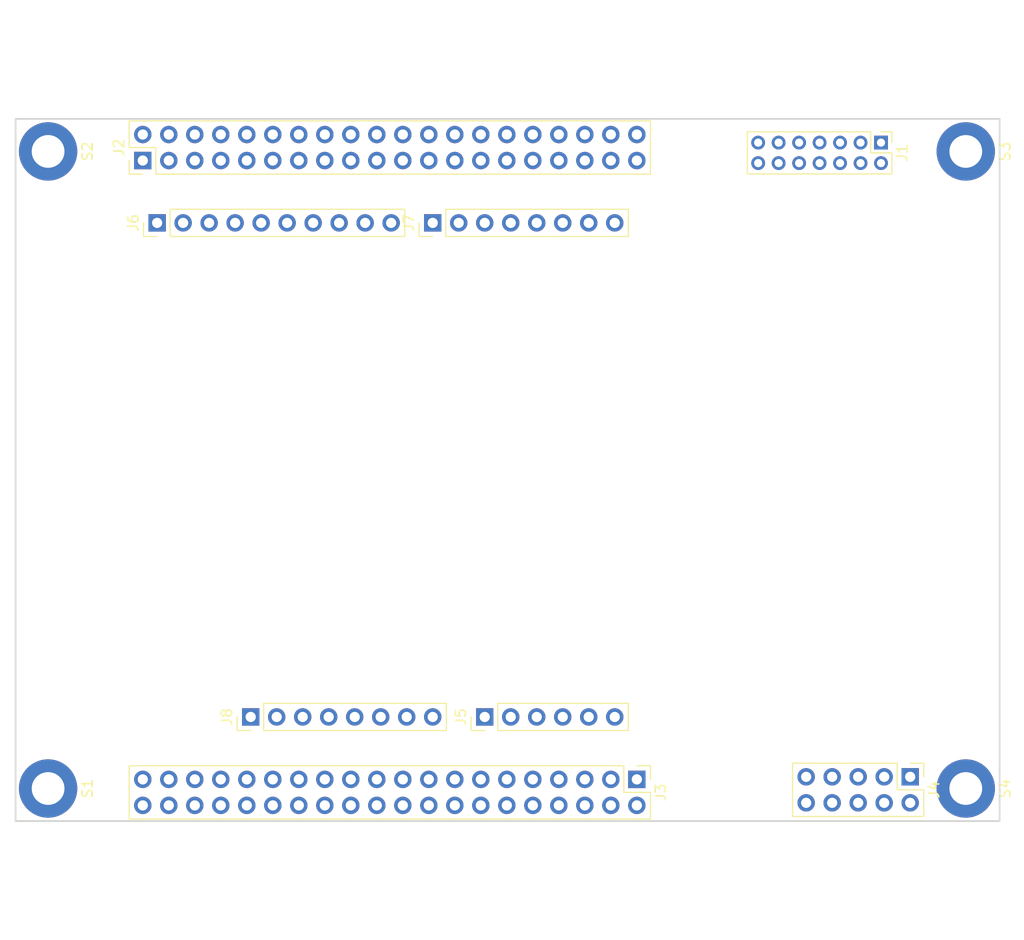
<source format=kicad_pcb>
(kicad_pcb (version 20171130) (host pcbnew 5.1.1-8be2ce7~80~ubuntu18.04.1)

  (general
    (thickness 1.6)
    (drawings 4)
    (tracks 0)
    (zones 0)
    (modules 12)
    (nets 137)
  )

  (page A4)
  (layers
    (0 F.Cu signal)
    (31 B.Cu signal)
    (32 B.Adhes user)
    (33 F.Adhes user)
    (34 B.Paste user)
    (35 F.Paste user)
    (36 B.SilkS user)
    (37 F.SilkS user)
    (38 B.Mask user)
    (39 F.Mask user)
    (40 Dwgs.User user)
    (41 Cmts.User user)
    (42 Eco1.User user)
    (43 Eco2.User user)
    (44 Edge.Cuts user)
    (45 Margin user)
    (46 B.CrtYd user)
    (47 F.CrtYd user)
    (48 B.Fab user)
    (49 F.Fab user)
  )

  (setup
    (last_trace_width 0.25)
    (trace_clearance 0.2)
    (zone_clearance 0.508)
    (zone_45_only no)
    (trace_min 0.2)
    (via_size 0.8)
    (via_drill 0.4)
    (via_min_size 0.4)
    (via_min_drill 0.3)
    (uvia_size 0.3)
    (uvia_drill 0.1)
    (uvias_allowed no)
    (uvia_min_size 0.2)
    (uvia_min_drill 0.1)
    (edge_width 0.15)
    (segment_width 0.2)
    (pcb_text_width 0.3)
    (pcb_text_size 1.5 1.5)
    (mod_edge_width 0.15)
    (mod_text_size 1 1)
    (mod_text_width 0.15)
    (pad_size 1.524 1.524)
    (pad_drill 0.762)
    (pad_to_mask_clearance 0.051)
    (solder_mask_min_width 0.25)
    (aux_axis_origin 71 153.89)
    (grid_origin 71 153.89)
    (visible_elements FFFFFF7F)
    (pcbplotparams
      (layerselection 0x010fc_ffffffff)
      (usegerberextensions false)
      (usegerberattributes false)
      (usegerberadvancedattributes false)
      (creategerberjobfile false)
      (excludeedgelayer true)
      (linewidth 0.150000)
      (plotframeref false)
      (viasonmask false)
      (mode 1)
      (useauxorigin false)
      (hpglpennumber 1)
      (hpglpenspeed 20)
      (hpglpendiameter 15.000000)
      (psnegative false)
      (psa4output false)
      (plotreference true)
      (plotvalue true)
      (plotinvisibletext false)
      (padsonsilk false)
      (subtractmaskfromsilk false)
      (outputformat 1)
      (mirror false)
      (drillshape 1)
      (scaleselection 1)
      (outputdirectory ""))
  )

  (net 0 "")
  (net 1 "Net-(J1-Pad14)")
  (net 2 "Net-(J1-Pad13)")
  (net 3 "Net-(J1-Pad12)")
  (net 4 "Net-(J1-Pad11)")
  (net 5 "Net-(J1-Pad10)")
  (net 6 "Net-(J1-Pad9)")
  (net 7 "Net-(J1-Pad8)")
  (net 8 "Net-(J1-Pad7)")
  (net 9 "Net-(J1-Pad6)")
  (net 10 "Net-(J1-Pad5)")
  (net 11 "Net-(J1-Pad4)")
  (net 12 "Net-(J1-Pad3)")
  (net 13 "Net-(J1-Pad2)")
  (net 14 "Net-(J1-Pad1)")
  (net 15 "Net-(J2-Pad40)")
  (net 16 "Net-(J2-Pad39)")
  (net 17 "Net-(J2-Pad38)")
  (net 18 "Net-(J2-Pad37)")
  (net 19 "Net-(J2-Pad36)")
  (net 20 "Net-(J2-Pad35)")
  (net 21 "Net-(J2-Pad34)")
  (net 22 "Net-(J2-Pad33)")
  (net 23 "Net-(J2-Pad32)")
  (net 24 "Net-(J2-Pad31)")
  (net 25 "Net-(J2-Pad30)")
  (net 26 "Net-(J2-Pad29)")
  (net 27 "Net-(J2-Pad28)")
  (net 28 "Net-(J2-Pad27)")
  (net 29 "Net-(J2-Pad26)")
  (net 30 "Net-(J2-Pad25)")
  (net 31 "Net-(J2-Pad24)")
  (net 32 "Net-(J2-Pad23)")
  (net 33 "Net-(J2-Pad22)")
  (net 34 "Net-(J2-Pad21)")
  (net 35 "Net-(J2-Pad20)")
  (net 36 "Net-(J2-Pad19)")
  (net 37 "Net-(J2-Pad18)")
  (net 38 "Net-(J2-Pad17)")
  (net 39 "Net-(J2-Pad16)")
  (net 40 "Net-(J2-Pad15)")
  (net 41 "Net-(J2-Pad14)")
  (net 42 "Net-(J2-Pad13)")
  (net 43 "Net-(J2-Pad12)")
  (net 44 "Net-(J2-Pad11)")
  (net 45 "Net-(J2-Pad10)")
  (net 46 "Net-(J2-Pad9)")
  (net 47 "Net-(J2-Pad8)")
  (net 48 "Net-(J2-Pad7)")
  (net 49 "Net-(J2-Pad6)")
  (net 50 "Net-(J2-Pad5)")
  (net 51 "Net-(J2-Pad4)")
  (net 52 "Net-(J2-Pad3)")
  (net 53 "Net-(J2-Pad2)")
  (net 54 "Net-(J2-Pad1)")
  (net 55 "Net-(J3-Pad40)")
  (net 56 "Net-(J3-Pad39)")
  (net 57 "Net-(J3-Pad38)")
  (net 58 "Net-(J3-Pad37)")
  (net 59 "Net-(J3-Pad36)")
  (net 60 "Net-(J3-Pad35)")
  (net 61 "Net-(J3-Pad34)")
  (net 62 "Net-(J3-Pad33)")
  (net 63 "Net-(J3-Pad32)")
  (net 64 "Net-(J3-Pad31)")
  (net 65 "Net-(J3-Pad30)")
  (net 66 "Net-(J3-Pad29)")
  (net 67 "Net-(J3-Pad28)")
  (net 68 "Net-(J3-Pad27)")
  (net 69 "Net-(J3-Pad26)")
  (net 70 "Net-(J3-Pad25)")
  (net 71 "Net-(J3-Pad24)")
  (net 72 "Net-(J3-Pad23)")
  (net 73 "Net-(J3-Pad22)")
  (net 74 "Net-(J3-Pad21)")
  (net 75 "Net-(J3-Pad20)")
  (net 76 "Net-(J3-Pad19)")
  (net 77 "Net-(J3-Pad18)")
  (net 78 "Net-(J3-Pad17)")
  (net 79 "Net-(J3-Pad16)")
  (net 80 "Net-(J3-Pad15)")
  (net 81 "Net-(J3-Pad14)")
  (net 82 "Net-(J3-Pad13)")
  (net 83 "Net-(J3-Pad12)")
  (net 84 "Net-(J3-Pad11)")
  (net 85 "Net-(J3-Pad10)")
  (net 86 "Net-(J3-Pad9)")
  (net 87 "Net-(J3-Pad8)")
  (net 88 "Net-(J3-Pad7)")
  (net 89 "Net-(J3-Pad6)")
  (net 90 "Net-(J3-Pad5)")
  (net 91 "Net-(J3-Pad4)")
  (net 92 "Net-(J3-Pad3)")
  (net 93 "Net-(J3-Pad2)")
  (net 94 "Net-(J3-Pad1)")
  (net 95 "Net-(J4-Pad1)")
  (net 96 "Net-(J4-Pad2)")
  (net 97 "Net-(J4-Pad3)")
  (net 98 "Net-(J4-Pad4)")
  (net 99 "Net-(J4-Pad5)")
  (net 100 "Net-(J4-Pad6)")
  (net 101 "Net-(J4-Pad7)")
  (net 102 "Net-(J4-Pad8)")
  (net 103 "Net-(J4-Pad9)")
  (net 104 "Net-(J4-Pad10)")
  (net 105 "Net-(J5-Pad6)")
  (net 106 "Net-(J5-Pad5)")
  (net 107 "Net-(J5-Pad4)")
  (net 108 "Net-(J5-Pad3)")
  (net 109 "Net-(J5-Pad2)")
  (net 110 "Net-(J5-Pad1)")
  (net 111 "Net-(J6-Pad10)")
  (net 112 "Net-(J6-Pad9)")
  (net 113 "Net-(J6-Pad8)")
  (net 114 "Net-(J6-Pad7)")
  (net 115 "Net-(J6-Pad6)")
  (net 116 "Net-(J6-Pad5)")
  (net 117 "Net-(J6-Pad4)")
  (net 118 "Net-(J6-Pad3)")
  (net 119 "Net-(J6-Pad2)")
  (net 120 "Net-(J6-Pad1)")
  (net 121 "Net-(J7-Pad8)")
  (net 122 "Net-(J7-Pad7)")
  (net 123 "Net-(J7-Pad6)")
  (net 124 "Net-(J7-Pad5)")
  (net 125 "Net-(J7-Pad4)")
  (net 126 "Net-(J7-Pad3)")
  (net 127 "Net-(J7-Pad2)")
  (net 128 "Net-(J7-Pad1)")
  (net 129 "Net-(J8-Pad8)")
  (net 130 "Net-(J8-Pad7)")
  (net 131 "Net-(J8-Pad6)")
  (net 132 "Net-(J8-Pad5)")
  (net 133 "Net-(J8-Pad4)")
  (net 134 "Net-(J8-Pad3)")
  (net 135 "Net-(J8-Pad2)")
  (net 136 "Net-(J8-Pad1)")

  (net_class Default "This is the default net class."
    (clearance 0.2)
    (trace_width 0.25)
    (via_dia 0.8)
    (via_drill 0.4)
    (uvia_dia 0.3)
    (uvia_drill 0.1)
    (add_net "Net-(J1-Pad1)")
    (add_net "Net-(J1-Pad10)")
    (add_net "Net-(J1-Pad11)")
    (add_net "Net-(J1-Pad12)")
    (add_net "Net-(J1-Pad13)")
    (add_net "Net-(J1-Pad14)")
    (add_net "Net-(J1-Pad2)")
    (add_net "Net-(J1-Pad3)")
    (add_net "Net-(J1-Pad4)")
    (add_net "Net-(J1-Pad5)")
    (add_net "Net-(J1-Pad6)")
    (add_net "Net-(J1-Pad7)")
    (add_net "Net-(J1-Pad8)")
    (add_net "Net-(J1-Pad9)")
    (add_net "Net-(J2-Pad1)")
    (add_net "Net-(J2-Pad10)")
    (add_net "Net-(J2-Pad11)")
    (add_net "Net-(J2-Pad12)")
    (add_net "Net-(J2-Pad13)")
    (add_net "Net-(J2-Pad14)")
    (add_net "Net-(J2-Pad15)")
    (add_net "Net-(J2-Pad16)")
    (add_net "Net-(J2-Pad17)")
    (add_net "Net-(J2-Pad18)")
    (add_net "Net-(J2-Pad19)")
    (add_net "Net-(J2-Pad2)")
    (add_net "Net-(J2-Pad20)")
    (add_net "Net-(J2-Pad21)")
    (add_net "Net-(J2-Pad22)")
    (add_net "Net-(J2-Pad23)")
    (add_net "Net-(J2-Pad24)")
    (add_net "Net-(J2-Pad25)")
    (add_net "Net-(J2-Pad26)")
    (add_net "Net-(J2-Pad27)")
    (add_net "Net-(J2-Pad28)")
    (add_net "Net-(J2-Pad29)")
    (add_net "Net-(J2-Pad3)")
    (add_net "Net-(J2-Pad30)")
    (add_net "Net-(J2-Pad31)")
    (add_net "Net-(J2-Pad32)")
    (add_net "Net-(J2-Pad33)")
    (add_net "Net-(J2-Pad34)")
    (add_net "Net-(J2-Pad35)")
    (add_net "Net-(J2-Pad36)")
    (add_net "Net-(J2-Pad37)")
    (add_net "Net-(J2-Pad38)")
    (add_net "Net-(J2-Pad39)")
    (add_net "Net-(J2-Pad4)")
    (add_net "Net-(J2-Pad40)")
    (add_net "Net-(J2-Pad5)")
    (add_net "Net-(J2-Pad6)")
    (add_net "Net-(J2-Pad7)")
    (add_net "Net-(J2-Pad8)")
    (add_net "Net-(J2-Pad9)")
    (add_net "Net-(J3-Pad1)")
    (add_net "Net-(J3-Pad10)")
    (add_net "Net-(J3-Pad11)")
    (add_net "Net-(J3-Pad12)")
    (add_net "Net-(J3-Pad13)")
    (add_net "Net-(J3-Pad14)")
    (add_net "Net-(J3-Pad15)")
    (add_net "Net-(J3-Pad16)")
    (add_net "Net-(J3-Pad17)")
    (add_net "Net-(J3-Pad18)")
    (add_net "Net-(J3-Pad19)")
    (add_net "Net-(J3-Pad2)")
    (add_net "Net-(J3-Pad20)")
    (add_net "Net-(J3-Pad21)")
    (add_net "Net-(J3-Pad22)")
    (add_net "Net-(J3-Pad23)")
    (add_net "Net-(J3-Pad24)")
    (add_net "Net-(J3-Pad25)")
    (add_net "Net-(J3-Pad26)")
    (add_net "Net-(J3-Pad27)")
    (add_net "Net-(J3-Pad28)")
    (add_net "Net-(J3-Pad29)")
    (add_net "Net-(J3-Pad3)")
    (add_net "Net-(J3-Pad30)")
    (add_net "Net-(J3-Pad31)")
    (add_net "Net-(J3-Pad32)")
    (add_net "Net-(J3-Pad33)")
    (add_net "Net-(J3-Pad34)")
    (add_net "Net-(J3-Pad35)")
    (add_net "Net-(J3-Pad36)")
    (add_net "Net-(J3-Pad37)")
    (add_net "Net-(J3-Pad38)")
    (add_net "Net-(J3-Pad39)")
    (add_net "Net-(J3-Pad4)")
    (add_net "Net-(J3-Pad40)")
    (add_net "Net-(J3-Pad5)")
    (add_net "Net-(J3-Pad6)")
    (add_net "Net-(J3-Pad7)")
    (add_net "Net-(J3-Pad8)")
    (add_net "Net-(J3-Pad9)")
    (add_net "Net-(J4-Pad1)")
    (add_net "Net-(J4-Pad10)")
    (add_net "Net-(J4-Pad2)")
    (add_net "Net-(J4-Pad3)")
    (add_net "Net-(J4-Pad4)")
    (add_net "Net-(J4-Pad5)")
    (add_net "Net-(J4-Pad6)")
    (add_net "Net-(J4-Pad7)")
    (add_net "Net-(J4-Pad8)")
    (add_net "Net-(J4-Pad9)")
    (add_net "Net-(J5-Pad1)")
    (add_net "Net-(J5-Pad2)")
    (add_net "Net-(J5-Pad3)")
    (add_net "Net-(J5-Pad4)")
    (add_net "Net-(J5-Pad5)")
    (add_net "Net-(J5-Pad6)")
    (add_net "Net-(J6-Pad1)")
    (add_net "Net-(J6-Pad10)")
    (add_net "Net-(J6-Pad2)")
    (add_net "Net-(J6-Pad3)")
    (add_net "Net-(J6-Pad4)")
    (add_net "Net-(J6-Pad5)")
    (add_net "Net-(J6-Pad6)")
    (add_net "Net-(J6-Pad7)")
    (add_net "Net-(J6-Pad8)")
    (add_net "Net-(J6-Pad9)")
    (add_net "Net-(J7-Pad1)")
    (add_net "Net-(J7-Pad2)")
    (add_net "Net-(J7-Pad3)")
    (add_net "Net-(J7-Pad4)")
    (add_net "Net-(J7-Pad5)")
    (add_net "Net-(J7-Pad6)")
    (add_net "Net-(J7-Pad7)")
    (add_net "Net-(J7-Pad8)")
    (add_net "Net-(J8-Pad1)")
    (add_net "Net-(J8-Pad2)")
    (add_net "Net-(J8-Pad3)")
    (add_net "Net-(J8-Pad4)")
    (add_net "Net-(J8-Pad5)")
    (add_net "Net-(J8-Pad6)")
    (add_net "Net-(J8-Pad7)")
    (add_net "Net-(J8-Pad8)")
  )

  (module Connector_PinHeader_2.54mm:PinHeader_1x08_P2.54mm_Vertical locked (layer F.Cu) (tedit 59FED5CC) (tstamp 5CBDC31C)
    (at 90.85 146.9 90)
    (descr "Through hole straight pin header, 1x08, 2.54mm pitch, single row")
    (tags "Through hole pin header THT 1x08 2.54mm single row")
    (path /5CBE4808)
    (fp_text reference J8 (at 0 -2.33 90) (layer F.SilkS)
      (effects (font (size 1 1) (thickness 0.15)))
    )
    (fp_text value Conn_01x08 (at 0 20.11 90) (layer F.Fab)
      (effects (font (size 1 1) (thickness 0.15)))
    )
    (fp_text user %R (at 0 8.89) (layer F.Fab)
      (effects (font (size 1 1) (thickness 0.15)))
    )
    (fp_line (start 1.8 -1.8) (end -1.8 -1.8) (layer F.CrtYd) (width 0.05))
    (fp_line (start 1.8 19.55) (end 1.8 -1.8) (layer F.CrtYd) (width 0.05))
    (fp_line (start -1.8 19.55) (end 1.8 19.55) (layer F.CrtYd) (width 0.05))
    (fp_line (start -1.8 -1.8) (end -1.8 19.55) (layer F.CrtYd) (width 0.05))
    (fp_line (start -1.33 -1.33) (end 0 -1.33) (layer F.SilkS) (width 0.12))
    (fp_line (start -1.33 0) (end -1.33 -1.33) (layer F.SilkS) (width 0.12))
    (fp_line (start -1.33 1.27) (end 1.33 1.27) (layer F.SilkS) (width 0.12))
    (fp_line (start 1.33 1.27) (end 1.33 19.11) (layer F.SilkS) (width 0.12))
    (fp_line (start -1.33 1.27) (end -1.33 19.11) (layer F.SilkS) (width 0.12))
    (fp_line (start -1.33 19.11) (end 1.33 19.11) (layer F.SilkS) (width 0.12))
    (fp_line (start -1.27 -0.635) (end -0.635 -1.27) (layer F.Fab) (width 0.1))
    (fp_line (start -1.27 19.05) (end -1.27 -0.635) (layer F.Fab) (width 0.1))
    (fp_line (start 1.27 19.05) (end -1.27 19.05) (layer F.Fab) (width 0.1))
    (fp_line (start 1.27 -1.27) (end 1.27 19.05) (layer F.Fab) (width 0.1))
    (fp_line (start -0.635 -1.27) (end 1.27 -1.27) (layer F.Fab) (width 0.1))
    (pad 8 thru_hole oval (at 0 17.78 90) (size 1.7 1.7) (drill 1) (layers *.Cu *.Mask)
      (net 129 "Net-(J8-Pad8)"))
    (pad 7 thru_hole oval (at 0 15.24 90) (size 1.7 1.7) (drill 1) (layers *.Cu *.Mask)
      (net 130 "Net-(J8-Pad7)"))
    (pad 6 thru_hole oval (at 0 12.7 90) (size 1.7 1.7) (drill 1) (layers *.Cu *.Mask)
      (net 131 "Net-(J8-Pad6)"))
    (pad 5 thru_hole oval (at 0 10.16 90) (size 1.7 1.7) (drill 1) (layers *.Cu *.Mask)
      (net 132 "Net-(J8-Pad5)"))
    (pad 4 thru_hole oval (at 0 7.62 90) (size 1.7 1.7) (drill 1) (layers *.Cu *.Mask)
      (net 133 "Net-(J8-Pad4)"))
    (pad 3 thru_hole oval (at 0 5.08 90) (size 1.7 1.7) (drill 1) (layers *.Cu *.Mask)
      (net 134 "Net-(J8-Pad3)"))
    (pad 2 thru_hole oval (at 0 2.54 90) (size 1.7 1.7) (drill 1) (layers *.Cu *.Mask)
      (net 135 "Net-(J8-Pad2)"))
    (pad 1 thru_hole rect (at 0 0 90) (size 1.7 1.7) (drill 1) (layers *.Cu *.Mask)
      (net 136 "Net-(J8-Pad1)"))
    (model ${KISYS3DMOD}/Connector_PinHeader_2.54mm.3dshapes/PinHeader_1x08_P2.54mm_Vertical.wrl
      (at (xyz 0 0 0))
      (scale (xyz 1 1 1))
      (rotate (xyz 0 0 0))
    )
  )

  (module Connector_PinHeader_2.54mm:PinHeader_1x08_P2.54mm_Vertical locked (layer F.Cu) (tedit 59FED5CC) (tstamp 5CBDC300)
    (at 108.63 98.64 90)
    (descr "Through hole straight pin header, 1x08, 2.54mm pitch, single row")
    (tags "Through hole pin header THT 1x08 2.54mm single row")
    (path /5CBE3B7E)
    (fp_text reference J7 (at 0 -2.33 90) (layer F.SilkS)
      (effects (font (size 1 1) (thickness 0.15)))
    )
    (fp_text value Conn_01x08 (at 0 20.11 90) (layer F.Fab)
      (effects (font (size 1 1) (thickness 0.15)))
    )
    (fp_text user %R (at 0 8.89) (layer F.Fab)
      (effects (font (size 1 1) (thickness 0.15)))
    )
    (fp_line (start 1.8 -1.8) (end -1.8 -1.8) (layer F.CrtYd) (width 0.05))
    (fp_line (start 1.8 19.55) (end 1.8 -1.8) (layer F.CrtYd) (width 0.05))
    (fp_line (start -1.8 19.55) (end 1.8 19.55) (layer F.CrtYd) (width 0.05))
    (fp_line (start -1.8 -1.8) (end -1.8 19.55) (layer F.CrtYd) (width 0.05))
    (fp_line (start -1.33 -1.33) (end 0 -1.33) (layer F.SilkS) (width 0.12))
    (fp_line (start -1.33 0) (end -1.33 -1.33) (layer F.SilkS) (width 0.12))
    (fp_line (start -1.33 1.27) (end 1.33 1.27) (layer F.SilkS) (width 0.12))
    (fp_line (start 1.33 1.27) (end 1.33 19.11) (layer F.SilkS) (width 0.12))
    (fp_line (start -1.33 1.27) (end -1.33 19.11) (layer F.SilkS) (width 0.12))
    (fp_line (start -1.33 19.11) (end 1.33 19.11) (layer F.SilkS) (width 0.12))
    (fp_line (start -1.27 -0.635) (end -0.635 -1.27) (layer F.Fab) (width 0.1))
    (fp_line (start -1.27 19.05) (end -1.27 -0.635) (layer F.Fab) (width 0.1))
    (fp_line (start 1.27 19.05) (end -1.27 19.05) (layer F.Fab) (width 0.1))
    (fp_line (start 1.27 -1.27) (end 1.27 19.05) (layer F.Fab) (width 0.1))
    (fp_line (start -0.635 -1.27) (end 1.27 -1.27) (layer F.Fab) (width 0.1))
    (pad 8 thru_hole oval (at 0 17.78 90) (size 1.7 1.7) (drill 1) (layers *.Cu *.Mask)
      (net 121 "Net-(J7-Pad8)"))
    (pad 7 thru_hole oval (at 0 15.24 90) (size 1.7 1.7) (drill 1) (layers *.Cu *.Mask)
      (net 122 "Net-(J7-Pad7)"))
    (pad 6 thru_hole oval (at 0 12.7 90) (size 1.7 1.7) (drill 1) (layers *.Cu *.Mask)
      (net 123 "Net-(J7-Pad6)"))
    (pad 5 thru_hole oval (at 0 10.16 90) (size 1.7 1.7) (drill 1) (layers *.Cu *.Mask)
      (net 124 "Net-(J7-Pad5)"))
    (pad 4 thru_hole oval (at 0 7.62 90) (size 1.7 1.7) (drill 1) (layers *.Cu *.Mask)
      (net 125 "Net-(J7-Pad4)"))
    (pad 3 thru_hole oval (at 0 5.08 90) (size 1.7 1.7) (drill 1) (layers *.Cu *.Mask)
      (net 126 "Net-(J7-Pad3)"))
    (pad 2 thru_hole oval (at 0 2.54 90) (size 1.7 1.7) (drill 1) (layers *.Cu *.Mask)
      (net 127 "Net-(J7-Pad2)"))
    (pad 1 thru_hole rect (at 0 0 90) (size 1.7 1.7) (drill 1) (layers *.Cu *.Mask)
      (net 128 "Net-(J7-Pad1)"))
    (model ${KISYS3DMOD}/Connector_PinHeader_2.54mm.3dshapes/PinHeader_1x08_P2.54mm_Vertical.wrl
      (at (xyz 0 0 0))
      (scale (xyz 1 1 1))
      (rotate (xyz 0 0 0))
    )
  )

  (module Connector_PinHeader_2.54mm:PinHeader_1x10_P2.54mm_Vertical locked (layer F.Cu) (tedit 59FED5CC) (tstamp 5CBDC2E4)
    (at 81.71 98.64 90)
    (descr "Through hole straight pin header, 1x10, 2.54mm pitch, single row")
    (tags "Through hole pin header THT 1x10 2.54mm single row")
    (path /5CBE2FAB)
    (fp_text reference J6 (at 0 -2.33 90) (layer F.SilkS)
      (effects (font (size 1 1) (thickness 0.15)))
    )
    (fp_text value Conn_01x10 (at 0 25.19 90) (layer F.Fab)
      (effects (font (size 1 1) (thickness 0.15)))
    )
    (fp_text user %R (at 0 11.43) (layer F.Fab)
      (effects (font (size 1 1) (thickness 0.15)))
    )
    (fp_line (start 1.8 -1.8) (end -1.8 -1.8) (layer F.CrtYd) (width 0.05))
    (fp_line (start 1.8 24.65) (end 1.8 -1.8) (layer F.CrtYd) (width 0.05))
    (fp_line (start -1.8 24.65) (end 1.8 24.65) (layer F.CrtYd) (width 0.05))
    (fp_line (start -1.8 -1.8) (end -1.8 24.65) (layer F.CrtYd) (width 0.05))
    (fp_line (start -1.33 -1.33) (end 0 -1.33) (layer F.SilkS) (width 0.12))
    (fp_line (start -1.33 0) (end -1.33 -1.33) (layer F.SilkS) (width 0.12))
    (fp_line (start -1.33 1.27) (end 1.33 1.27) (layer F.SilkS) (width 0.12))
    (fp_line (start 1.33 1.27) (end 1.33 24.19) (layer F.SilkS) (width 0.12))
    (fp_line (start -1.33 1.27) (end -1.33 24.19) (layer F.SilkS) (width 0.12))
    (fp_line (start -1.33 24.19) (end 1.33 24.19) (layer F.SilkS) (width 0.12))
    (fp_line (start -1.27 -0.635) (end -0.635 -1.27) (layer F.Fab) (width 0.1))
    (fp_line (start -1.27 24.13) (end -1.27 -0.635) (layer F.Fab) (width 0.1))
    (fp_line (start 1.27 24.13) (end -1.27 24.13) (layer F.Fab) (width 0.1))
    (fp_line (start 1.27 -1.27) (end 1.27 24.13) (layer F.Fab) (width 0.1))
    (fp_line (start -0.635 -1.27) (end 1.27 -1.27) (layer F.Fab) (width 0.1))
    (pad 10 thru_hole oval (at 0 22.86 90) (size 1.7 1.7) (drill 1) (layers *.Cu *.Mask)
      (net 111 "Net-(J6-Pad10)"))
    (pad 9 thru_hole oval (at 0 20.32 90) (size 1.7 1.7) (drill 1) (layers *.Cu *.Mask)
      (net 112 "Net-(J6-Pad9)"))
    (pad 8 thru_hole oval (at 0 17.78 90) (size 1.7 1.7) (drill 1) (layers *.Cu *.Mask)
      (net 113 "Net-(J6-Pad8)"))
    (pad 7 thru_hole oval (at 0 15.24 90) (size 1.7 1.7) (drill 1) (layers *.Cu *.Mask)
      (net 114 "Net-(J6-Pad7)"))
    (pad 6 thru_hole oval (at 0 12.7 90) (size 1.7 1.7) (drill 1) (layers *.Cu *.Mask)
      (net 115 "Net-(J6-Pad6)"))
    (pad 5 thru_hole oval (at 0 10.16 90) (size 1.7 1.7) (drill 1) (layers *.Cu *.Mask)
      (net 116 "Net-(J6-Pad5)"))
    (pad 4 thru_hole oval (at 0 7.62 90) (size 1.7 1.7) (drill 1) (layers *.Cu *.Mask)
      (net 117 "Net-(J6-Pad4)"))
    (pad 3 thru_hole oval (at 0 5.08 90) (size 1.7 1.7) (drill 1) (layers *.Cu *.Mask)
      (net 118 "Net-(J6-Pad3)"))
    (pad 2 thru_hole oval (at 0 2.54 90) (size 1.7 1.7) (drill 1) (layers *.Cu *.Mask)
      (net 119 "Net-(J6-Pad2)"))
    (pad 1 thru_hole rect (at 0 0 90) (size 1.7 1.7) (drill 1) (layers *.Cu *.Mask)
      (net 120 "Net-(J6-Pad1)"))
    (model ${KISYS3DMOD}/Connector_PinHeader_2.54mm.3dshapes/PinHeader_1x10_P2.54mm_Vertical.wrl
      (at (xyz 0 0 0))
      (scale (xyz 1 1 1))
      (rotate (xyz 0 0 0))
    )
  )

  (module Connector_PinHeader_2.54mm:PinHeader_1x06_P2.54mm_Vertical locked (layer F.Cu) (tedit 59FED5CC) (tstamp 5CBDC2C6)
    (at 113.71 146.9 90)
    (descr "Through hole straight pin header, 1x06, 2.54mm pitch, single row")
    (tags "Through hole pin header THT 1x06 2.54mm single row")
    (path /5CBE56BD)
    (fp_text reference J5 (at 0 -2.33 90) (layer F.SilkS)
      (effects (font (size 1 1) (thickness 0.15)))
    )
    (fp_text value Conn_01x06 (at 0 15.03 90) (layer F.Fab)
      (effects (font (size 1 1) (thickness 0.15)))
    )
    (fp_text user %R (at 0 6.35) (layer F.Fab)
      (effects (font (size 1 1) (thickness 0.15)))
    )
    (fp_line (start 1.8 -1.8) (end -1.8 -1.8) (layer F.CrtYd) (width 0.05))
    (fp_line (start 1.8 14.5) (end 1.8 -1.8) (layer F.CrtYd) (width 0.05))
    (fp_line (start -1.8 14.5) (end 1.8 14.5) (layer F.CrtYd) (width 0.05))
    (fp_line (start -1.8 -1.8) (end -1.8 14.5) (layer F.CrtYd) (width 0.05))
    (fp_line (start -1.33 -1.33) (end 0 -1.33) (layer F.SilkS) (width 0.12))
    (fp_line (start -1.33 0) (end -1.33 -1.33) (layer F.SilkS) (width 0.12))
    (fp_line (start -1.33 1.27) (end 1.33 1.27) (layer F.SilkS) (width 0.12))
    (fp_line (start 1.33 1.27) (end 1.33 14.03) (layer F.SilkS) (width 0.12))
    (fp_line (start -1.33 1.27) (end -1.33 14.03) (layer F.SilkS) (width 0.12))
    (fp_line (start -1.33 14.03) (end 1.33 14.03) (layer F.SilkS) (width 0.12))
    (fp_line (start -1.27 -0.635) (end -0.635 -1.27) (layer F.Fab) (width 0.1))
    (fp_line (start -1.27 13.97) (end -1.27 -0.635) (layer F.Fab) (width 0.1))
    (fp_line (start 1.27 13.97) (end -1.27 13.97) (layer F.Fab) (width 0.1))
    (fp_line (start 1.27 -1.27) (end 1.27 13.97) (layer F.Fab) (width 0.1))
    (fp_line (start -0.635 -1.27) (end 1.27 -1.27) (layer F.Fab) (width 0.1))
    (pad 6 thru_hole oval (at 0 12.7 90) (size 1.7 1.7) (drill 1) (layers *.Cu *.Mask)
      (net 105 "Net-(J5-Pad6)"))
    (pad 5 thru_hole oval (at 0 10.16 90) (size 1.7 1.7) (drill 1) (layers *.Cu *.Mask)
      (net 106 "Net-(J5-Pad5)"))
    (pad 4 thru_hole oval (at 0 7.62 90) (size 1.7 1.7) (drill 1) (layers *.Cu *.Mask)
      (net 107 "Net-(J5-Pad4)"))
    (pad 3 thru_hole oval (at 0 5.08 90) (size 1.7 1.7) (drill 1) (layers *.Cu *.Mask)
      (net 108 "Net-(J5-Pad3)"))
    (pad 2 thru_hole oval (at 0 2.54 90) (size 1.7 1.7) (drill 1) (layers *.Cu *.Mask)
      (net 109 "Net-(J5-Pad2)"))
    (pad 1 thru_hole rect (at 0 0 90) (size 1.7 1.7) (drill 1) (layers *.Cu *.Mask)
      (net 110 "Net-(J5-Pad1)"))
    (model ${KISYS3DMOD}/Connector_PinHeader_2.54mm.3dshapes/PinHeader_1x06_P2.54mm_Vertical.wrl
      (at (xyz 0 0 0))
      (scale (xyz 1 1 1))
      (rotate (xyz 0 0 0))
    )
  )

  (module MY_Connector_PinHeader_2.00mm:PinHeader_2x07_P2.00mm_Shrouded_4-Wall_Vertical locked (layer F.Cu) (tedit 5CBDA999) (tstamp 5CC97793)
    (at 152.42 90.8 270)
    (descr "Through hole straight pin header, 2x07, 2.00mm pitch, double rows")
    (tags "Through hole pin header THT 2x07 2.00mm double row")
    (path /5CBDAB3D)
    (fp_text reference J1 (at 1 -2.06 270) (layer F.SilkS)
      (effects (font (size 1 1) (thickness 0.15)))
    )
    (fp_text value Conn_02x07_Odd_Even (at 1 14.06 270) (layer F.Fab)
      (effects (font (size 1 1) (thickness 0.15)))
    )
    (fp_text user %R (at 1 6) (layer F.Fab)
      (effects (font (size 1 1) (thickness 0.15)))
    )
    (fp_line (start 3.5 -1.5) (end -1.5 -1.5) (layer F.CrtYd) (width 0.05))
    (fp_line (start 3.5 13.5) (end 3.5 -1.5) (layer F.CrtYd) (width 0.05))
    (fp_line (start -1.5 13.5) (end 3.5 13.5) (layer F.CrtYd) (width 0.05))
    (fp_line (start -1.5 -1.5) (end -1.5 13.5) (layer F.CrtYd) (width 0.05))
    (fp_line (start -1.06 -1.06) (end 0 -1.06) (layer F.SilkS) (width 0.12))
    (fp_line (start -1.06 0) (end -1.06 -1.06) (layer F.SilkS) (width 0.12))
    (fp_line (start 1 -1.06) (end 3.06 -1.06) (layer F.SilkS) (width 0.12))
    (fp_line (start 1 1) (end 1 -1.06) (layer F.SilkS) (width 0.12))
    (fp_line (start -1.06 1) (end 1 1) (layer F.SilkS) (width 0.12))
    (fp_line (start 3.06 -1.06) (end 3.06 13.06) (layer F.SilkS) (width 0.12))
    (fp_line (start -1.06 1) (end -1.06 13.06) (layer F.SilkS) (width 0.12))
    (fp_line (start -1.06 13.06) (end 3.06 13.06) (layer F.SilkS) (width 0.12))
    (fp_line (start -1 0) (end 0 -1) (layer F.Fab) (width 0.1))
    (fp_line (start -1 13) (end -1 0) (layer F.Fab) (width 0.1))
    (fp_line (start 3 13) (end -1 13) (layer F.Fab) (width 0.1))
    (fp_line (start 3 -1) (end 3 13) (layer F.Fab) (width 0.1))
    (fp_line (start 0 -1) (end 3 -1) (layer F.Fab) (width 0.1))
    (pad 14 thru_hole oval (at 2 12 270) (size 1.35 1.35) (drill 0.8) (layers *.Cu *.Mask)
      (net 1 "Net-(J1-Pad14)"))
    (pad 13 thru_hole oval (at 0 12 270) (size 1.35 1.35) (drill 0.8) (layers *.Cu *.Mask)
      (net 2 "Net-(J1-Pad13)"))
    (pad 12 thru_hole oval (at 2 10 270) (size 1.35 1.35) (drill 0.8) (layers *.Cu *.Mask)
      (net 3 "Net-(J1-Pad12)"))
    (pad 11 thru_hole oval (at 0 10 270) (size 1.35 1.35) (drill 0.8) (layers *.Cu *.Mask)
      (net 4 "Net-(J1-Pad11)"))
    (pad 10 thru_hole oval (at 2 8 270) (size 1.35 1.35) (drill 0.8) (layers *.Cu *.Mask)
      (net 5 "Net-(J1-Pad10)"))
    (pad 9 thru_hole oval (at 0 8 270) (size 1.35 1.35) (drill 0.8) (layers *.Cu *.Mask)
      (net 6 "Net-(J1-Pad9)"))
    (pad 8 thru_hole oval (at 2 6 270) (size 1.35 1.35) (drill 0.8) (layers *.Cu *.Mask)
      (net 7 "Net-(J1-Pad8)"))
    (pad 7 thru_hole oval (at 0 6 270) (size 1.35 1.35) (drill 0.8) (layers *.Cu *.Mask)
      (net 8 "Net-(J1-Pad7)"))
    (pad 6 thru_hole oval (at 2 4 270) (size 1.35 1.35) (drill 0.8) (layers *.Cu *.Mask)
      (net 9 "Net-(J1-Pad6)"))
    (pad 5 thru_hole oval (at 0 4 270) (size 1.35 1.35) (drill 0.8) (layers *.Cu *.Mask)
      (net 10 "Net-(J1-Pad5)"))
    (pad 4 thru_hole oval (at 2 2 270) (size 1.35 1.35) (drill 0.8) (layers *.Cu *.Mask)
      (net 11 "Net-(J1-Pad4)"))
    (pad 3 thru_hole oval (at 0 2 270) (size 1.35 1.35) (drill 0.8) (layers *.Cu *.Mask)
      (net 12 "Net-(J1-Pad3)"))
    (pad 2 thru_hole oval (at 2 0 270) (size 1.35 1.35) (drill 0.8) (layers *.Cu *.Mask)
      (net 13 "Net-(J1-Pad2)"))
    (pad 1 thru_hole rect (at 0 0 270) (size 1.35 1.35) (drill 0.8) (layers *.Cu *.Mask)
      (net 14 "Net-(J1-Pad1)"))
    (model ${MYKSYS3DMOD}/Connector_PinHeader_2.00mm.3dshapes/BB02-FP141-X02-290000_rev1.9.wrl
      (at (xyz 0 0 0))
      (scale (xyz 1 1 1))
      (rotate (xyz 0 0 0))
    )
  )

  (module Connector_PinHeader_2.54mm:PinHeader_2x20_P2.54mm_Vertical locked (layer F.Cu) (tedit 5CBDABEE) (tstamp 5CC98B6C)
    (at 128.57 153 270)
    (descr "Through hole straight pin header, 2x20, 2.54mm pitch, double rows")
    (tags "Through hole pin header THT 2x20 2.54mm double row")
    (path /5CBDAF94)
    (fp_text reference J3 (at 1.27 -2.33 270) (layer F.SilkS)
      (effects (font (size 1 1) (thickness 0.15)))
    )
    (fp_text value Conn_02x20_Odd_Even (at 1.27 50.59 270) (layer F.Fab)
      (effects (font (size 1 1) (thickness 0.15)))
    )
    (fp_text user %R (at 1.27 24.13) (layer F.Fab)
      (effects (font (size 1 1) (thickness 0.15)))
    )
    (fp_line (start 4.35 -1.8) (end -1.8 -1.8) (layer F.CrtYd) (width 0.05))
    (fp_line (start 4.35 50.05) (end 4.35 -1.8) (layer F.CrtYd) (width 0.05))
    (fp_line (start -1.8 50.05) (end 4.35 50.05) (layer F.CrtYd) (width 0.05))
    (fp_line (start -1.8 -1.8) (end -1.8 50.05) (layer F.CrtYd) (width 0.05))
    (fp_line (start -1.33 -1.33) (end 0 -1.33) (layer F.SilkS) (width 0.12))
    (fp_line (start -1.33 0) (end -1.33 -1.33) (layer F.SilkS) (width 0.12))
    (fp_line (start 1.27 -1.33) (end 3.87 -1.33) (layer F.SilkS) (width 0.12))
    (fp_line (start 1.27 1.27) (end 1.27 -1.33) (layer F.SilkS) (width 0.12))
    (fp_line (start -1.33 1.27) (end 1.27 1.27) (layer F.SilkS) (width 0.12))
    (fp_line (start 3.87 -1.33) (end 3.87 49.59) (layer F.SilkS) (width 0.12))
    (fp_line (start -1.33 1.27) (end -1.33 49.59) (layer F.SilkS) (width 0.12))
    (fp_line (start -1.33 49.59) (end 3.87 49.59) (layer F.SilkS) (width 0.12))
    (fp_line (start -1.27 0) (end 0 -1.27) (layer F.Fab) (width 0.1))
    (fp_line (start -1.27 49.53) (end -1.27 0) (layer F.Fab) (width 0.1))
    (fp_line (start 3.81 49.53) (end -1.27 49.53) (layer F.Fab) (width 0.1))
    (fp_line (start 3.81 -1.27) (end 3.81 49.53) (layer F.Fab) (width 0.1))
    (fp_line (start 0 -1.27) (end 3.81 -1.27) (layer F.Fab) (width 0.1))
    (pad 40 thru_hole oval (at 2.54 48.26 270) (size 1.7 1.7) (drill 1) (layers *.Cu *.Mask)
      (net 55 "Net-(J3-Pad40)"))
    (pad 39 thru_hole oval (at 0 48.26 270) (size 1.7 1.7) (drill 1) (layers *.Cu *.Mask)
      (net 56 "Net-(J3-Pad39)"))
    (pad 38 thru_hole oval (at 2.54 45.72 270) (size 1.7 1.7) (drill 1) (layers *.Cu *.Mask)
      (net 57 "Net-(J3-Pad38)"))
    (pad 37 thru_hole oval (at 0 45.72 270) (size 1.7 1.7) (drill 1) (layers *.Cu *.Mask)
      (net 58 "Net-(J3-Pad37)"))
    (pad 36 thru_hole oval (at 2.54 43.18 270) (size 1.7 1.7) (drill 1) (layers *.Cu *.Mask)
      (net 59 "Net-(J3-Pad36)"))
    (pad 35 thru_hole oval (at 0 43.18 270) (size 1.7 1.7) (drill 1) (layers *.Cu *.Mask)
      (net 60 "Net-(J3-Pad35)"))
    (pad 34 thru_hole oval (at 2.54 40.64 270) (size 1.7 1.7) (drill 1) (layers *.Cu *.Mask)
      (net 61 "Net-(J3-Pad34)"))
    (pad 33 thru_hole oval (at 0 40.64 270) (size 1.7 1.7) (drill 1) (layers *.Cu *.Mask)
      (net 62 "Net-(J3-Pad33)"))
    (pad 32 thru_hole oval (at 2.54 38.1 270) (size 1.7 1.7) (drill 1) (layers *.Cu *.Mask)
      (net 63 "Net-(J3-Pad32)"))
    (pad 31 thru_hole oval (at 0 38.1 270) (size 1.7 1.7) (drill 1) (layers *.Cu *.Mask)
      (net 64 "Net-(J3-Pad31)"))
    (pad 30 thru_hole oval (at 2.54 35.56 270) (size 1.7 1.7) (drill 1) (layers *.Cu *.Mask)
      (net 65 "Net-(J3-Pad30)"))
    (pad 29 thru_hole oval (at 0 35.56 270) (size 1.7 1.7) (drill 1) (layers *.Cu *.Mask)
      (net 66 "Net-(J3-Pad29)"))
    (pad 28 thru_hole oval (at 2.54 33.02 270) (size 1.7 1.7) (drill 1) (layers *.Cu *.Mask)
      (net 67 "Net-(J3-Pad28)"))
    (pad 27 thru_hole oval (at 0 33.02 270) (size 1.7 1.7) (drill 1) (layers *.Cu *.Mask)
      (net 68 "Net-(J3-Pad27)"))
    (pad 26 thru_hole oval (at 2.54 30.48 270) (size 1.7 1.7) (drill 1) (layers *.Cu *.Mask)
      (net 69 "Net-(J3-Pad26)"))
    (pad 25 thru_hole oval (at 0 30.48 270) (size 1.7 1.7) (drill 1) (layers *.Cu *.Mask)
      (net 70 "Net-(J3-Pad25)"))
    (pad 24 thru_hole oval (at 2.54 27.94 270) (size 1.7 1.7) (drill 1) (layers *.Cu *.Mask)
      (net 71 "Net-(J3-Pad24)"))
    (pad 23 thru_hole oval (at 0 27.94 270) (size 1.7 1.7) (drill 1) (layers *.Cu *.Mask)
      (net 72 "Net-(J3-Pad23)"))
    (pad 22 thru_hole oval (at 2.54 25.4 270) (size 1.7 1.7) (drill 1) (layers *.Cu *.Mask)
      (net 73 "Net-(J3-Pad22)"))
    (pad 21 thru_hole oval (at 0 25.4 270) (size 1.7 1.7) (drill 1) (layers *.Cu *.Mask)
      (net 74 "Net-(J3-Pad21)"))
    (pad 20 thru_hole oval (at 2.54 22.86 270) (size 1.7 1.7) (drill 1) (layers *.Cu *.Mask)
      (net 75 "Net-(J3-Pad20)"))
    (pad 19 thru_hole oval (at 0 22.86 270) (size 1.7 1.7) (drill 1) (layers *.Cu *.Mask)
      (net 76 "Net-(J3-Pad19)"))
    (pad 18 thru_hole oval (at 2.54 20.32 270) (size 1.7 1.7) (drill 1) (layers *.Cu *.Mask)
      (net 77 "Net-(J3-Pad18)"))
    (pad 17 thru_hole oval (at 0 20.32 270) (size 1.7 1.7) (drill 1) (layers *.Cu *.Mask)
      (net 78 "Net-(J3-Pad17)"))
    (pad 16 thru_hole oval (at 2.54 17.78 270) (size 1.7 1.7) (drill 1) (layers *.Cu *.Mask)
      (net 79 "Net-(J3-Pad16)"))
    (pad 15 thru_hole oval (at 0 17.78 270) (size 1.7 1.7) (drill 1) (layers *.Cu *.Mask)
      (net 80 "Net-(J3-Pad15)"))
    (pad 14 thru_hole oval (at 2.54 15.24 270) (size 1.7 1.7) (drill 1) (layers *.Cu *.Mask)
      (net 81 "Net-(J3-Pad14)"))
    (pad 13 thru_hole oval (at 0 15.24 270) (size 1.7 1.7) (drill 1) (layers *.Cu *.Mask)
      (net 82 "Net-(J3-Pad13)"))
    (pad 12 thru_hole oval (at 2.54 12.7 270) (size 1.7 1.7) (drill 1) (layers *.Cu *.Mask)
      (net 83 "Net-(J3-Pad12)"))
    (pad 11 thru_hole oval (at 0 12.7 270) (size 1.7 1.7) (drill 1) (layers *.Cu *.Mask)
      (net 84 "Net-(J3-Pad11)"))
    (pad 10 thru_hole oval (at 2.54 10.16 270) (size 1.7 1.7) (drill 1) (layers *.Cu *.Mask)
      (net 85 "Net-(J3-Pad10)"))
    (pad 9 thru_hole oval (at 0 10.16 270) (size 1.7 1.7) (drill 1) (layers *.Cu *.Mask)
      (net 86 "Net-(J3-Pad9)"))
    (pad 8 thru_hole oval (at 2.54 7.62 270) (size 1.7 1.7) (drill 1) (layers *.Cu *.Mask)
      (net 87 "Net-(J3-Pad8)"))
    (pad 7 thru_hole oval (at 0 7.62 270) (size 1.7 1.7) (drill 1) (layers *.Cu *.Mask)
      (net 88 "Net-(J3-Pad7)"))
    (pad 6 thru_hole oval (at 2.54 5.08 270) (size 1.7 1.7) (drill 1) (layers *.Cu *.Mask)
      (net 89 "Net-(J3-Pad6)"))
    (pad 5 thru_hole oval (at 0 5.08 270) (size 1.7 1.7) (drill 1) (layers *.Cu *.Mask)
      (net 90 "Net-(J3-Pad5)"))
    (pad 4 thru_hole oval (at 2.54 2.54 270) (size 1.7 1.7) (drill 1) (layers *.Cu *.Mask)
      (net 91 "Net-(J3-Pad4)"))
    (pad 3 thru_hole oval (at 0 2.54 270) (size 1.7 1.7) (drill 1) (layers *.Cu *.Mask)
      (net 92 "Net-(J3-Pad3)"))
    (pad 2 thru_hole oval (at 2.54 0 270) (size 1.7 1.7) (drill 1) (layers *.Cu *.Mask)
      (net 93 "Net-(J3-Pad2)"))
    (pad 1 thru_hole rect (at 0 0 270) (size 1.7 1.7) (drill 1) (layers *.Cu *.Mask)
      (net 94 "Net-(J3-Pad1)"))
    (model ${KISYS3DMOD}/Connector_PinHeader_2.54mm.3dshapes/PinHeader_2x20_P2.54mm_Vertical.wrl
      (at (xyz 0 0 0))
      (scale (xyz 1 1 1))
      (rotate (xyz 0 0 0))
    )
  )

  (module Connector_PinHeader_2.54mm:PinHeader_2x20_P2.54mm_Vertical locked (layer F.Cu) (tedit 5CBDABE2) (tstamp 5CC97A47)
    (at 80.31 92.55 90)
    (descr "Through hole straight pin header, 2x20, 2.54mm pitch, double rows")
    (tags "Through hole pin header THT 2x20 2.54mm double row")
    (path /5CBDAEDE)
    (fp_text reference J2 (at 1.27 -2.33 90) (layer F.SilkS)
      (effects (font (size 1 1) (thickness 0.15)))
    )
    (fp_text value Conn_02x20_Odd_Even (at 1.27 50.59 90) (layer F.Fab)
      (effects (font (size 1 1) (thickness 0.15)))
    )
    (fp_text user %R (at 1.27 24.13 180) (layer F.Fab)
      (effects (font (size 1 1) (thickness 0.15)))
    )
    (fp_line (start 4.35 -1.8) (end -1.8 -1.8) (layer F.CrtYd) (width 0.05))
    (fp_line (start 4.35 50.05) (end 4.35 -1.8) (layer F.CrtYd) (width 0.05))
    (fp_line (start -1.8 50.05) (end 4.35 50.05) (layer F.CrtYd) (width 0.05))
    (fp_line (start -1.8 -1.8) (end -1.8 50.05) (layer F.CrtYd) (width 0.05))
    (fp_line (start -1.33 -1.33) (end 0 -1.33) (layer F.SilkS) (width 0.12))
    (fp_line (start -1.33 0) (end -1.33 -1.33) (layer F.SilkS) (width 0.12))
    (fp_line (start 1.27 -1.33) (end 3.87 -1.33) (layer F.SilkS) (width 0.12))
    (fp_line (start 1.27 1.27) (end 1.27 -1.33) (layer F.SilkS) (width 0.12))
    (fp_line (start -1.33 1.27) (end 1.27 1.27) (layer F.SilkS) (width 0.12))
    (fp_line (start 3.87 -1.33) (end 3.87 49.59) (layer F.SilkS) (width 0.12))
    (fp_line (start -1.33 1.27) (end -1.33 49.59) (layer F.SilkS) (width 0.12))
    (fp_line (start -1.33 49.59) (end 3.87 49.59) (layer F.SilkS) (width 0.12))
    (fp_line (start -1.27 0) (end 0 -1.27) (layer F.Fab) (width 0.1))
    (fp_line (start -1.27 49.53) (end -1.27 0) (layer F.Fab) (width 0.1))
    (fp_line (start 3.81 49.53) (end -1.27 49.53) (layer F.Fab) (width 0.1))
    (fp_line (start 3.81 -1.27) (end 3.81 49.53) (layer F.Fab) (width 0.1))
    (fp_line (start 0 -1.27) (end 3.81 -1.27) (layer F.Fab) (width 0.1))
    (pad 40 thru_hole oval (at 2.54 48.26 90) (size 1.7 1.7) (drill 1) (layers *.Cu *.Mask)
      (net 15 "Net-(J2-Pad40)"))
    (pad 39 thru_hole oval (at 0 48.26 90) (size 1.7 1.7) (drill 1) (layers *.Cu *.Mask)
      (net 16 "Net-(J2-Pad39)"))
    (pad 38 thru_hole oval (at 2.54 45.72 90) (size 1.7 1.7) (drill 1) (layers *.Cu *.Mask)
      (net 17 "Net-(J2-Pad38)"))
    (pad 37 thru_hole oval (at 0 45.72 90) (size 1.7 1.7) (drill 1) (layers *.Cu *.Mask)
      (net 18 "Net-(J2-Pad37)"))
    (pad 36 thru_hole oval (at 2.54 43.18 90) (size 1.7 1.7) (drill 1) (layers *.Cu *.Mask)
      (net 19 "Net-(J2-Pad36)"))
    (pad 35 thru_hole oval (at 0 43.18 90) (size 1.7 1.7) (drill 1) (layers *.Cu *.Mask)
      (net 20 "Net-(J2-Pad35)"))
    (pad 34 thru_hole oval (at 2.54 40.64 90) (size 1.7 1.7) (drill 1) (layers *.Cu *.Mask)
      (net 21 "Net-(J2-Pad34)"))
    (pad 33 thru_hole oval (at 0 40.64 90) (size 1.7 1.7) (drill 1) (layers *.Cu *.Mask)
      (net 22 "Net-(J2-Pad33)"))
    (pad 32 thru_hole oval (at 2.54 38.1 90) (size 1.7 1.7) (drill 1) (layers *.Cu *.Mask)
      (net 23 "Net-(J2-Pad32)"))
    (pad 31 thru_hole oval (at 0 38.1 90) (size 1.7 1.7) (drill 1) (layers *.Cu *.Mask)
      (net 24 "Net-(J2-Pad31)"))
    (pad 30 thru_hole oval (at 2.54 35.56 90) (size 1.7 1.7) (drill 1) (layers *.Cu *.Mask)
      (net 25 "Net-(J2-Pad30)"))
    (pad 29 thru_hole oval (at 0 35.56 90) (size 1.7 1.7) (drill 1) (layers *.Cu *.Mask)
      (net 26 "Net-(J2-Pad29)"))
    (pad 28 thru_hole oval (at 2.54 33.02 90) (size 1.7 1.7) (drill 1) (layers *.Cu *.Mask)
      (net 27 "Net-(J2-Pad28)"))
    (pad 27 thru_hole oval (at 0 33.02 90) (size 1.7 1.7) (drill 1) (layers *.Cu *.Mask)
      (net 28 "Net-(J2-Pad27)"))
    (pad 26 thru_hole oval (at 2.54 30.48 90) (size 1.7 1.7) (drill 1) (layers *.Cu *.Mask)
      (net 29 "Net-(J2-Pad26)"))
    (pad 25 thru_hole oval (at 0 30.48 90) (size 1.7 1.7) (drill 1) (layers *.Cu *.Mask)
      (net 30 "Net-(J2-Pad25)"))
    (pad 24 thru_hole oval (at 2.54 27.94 90) (size 1.7 1.7) (drill 1) (layers *.Cu *.Mask)
      (net 31 "Net-(J2-Pad24)"))
    (pad 23 thru_hole oval (at 0 27.94 90) (size 1.7 1.7) (drill 1) (layers *.Cu *.Mask)
      (net 32 "Net-(J2-Pad23)"))
    (pad 22 thru_hole oval (at 2.54 25.4 90) (size 1.7 1.7) (drill 1) (layers *.Cu *.Mask)
      (net 33 "Net-(J2-Pad22)"))
    (pad 21 thru_hole oval (at 0 25.4 90) (size 1.7 1.7) (drill 1) (layers *.Cu *.Mask)
      (net 34 "Net-(J2-Pad21)"))
    (pad 20 thru_hole oval (at 2.54 22.86 90) (size 1.7 1.7) (drill 1) (layers *.Cu *.Mask)
      (net 35 "Net-(J2-Pad20)"))
    (pad 19 thru_hole oval (at 0 22.86 90) (size 1.7 1.7) (drill 1) (layers *.Cu *.Mask)
      (net 36 "Net-(J2-Pad19)"))
    (pad 18 thru_hole oval (at 2.54 20.32 90) (size 1.7 1.7) (drill 1) (layers *.Cu *.Mask)
      (net 37 "Net-(J2-Pad18)"))
    (pad 17 thru_hole oval (at 0 20.32 90) (size 1.7 1.7) (drill 1) (layers *.Cu *.Mask)
      (net 38 "Net-(J2-Pad17)"))
    (pad 16 thru_hole oval (at 2.54 17.78 90) (size 1.7 1.7) (drill 1) (layers *.Cu *.Mask)
      (net 39 "Net-(J2-Pad16)"))
    (pad 15 thru_hole oval (at 0 17.78 90) (size 1.7 1.7) (drill 1) (layers *.Cu *.Mask)
      (net 40 "Net-(J2-Pad15)"))
    (pad 14 thru_hole oval (at 2.54 15.24 90) (size 1.7 1.7) (drill 1) (layers *.Cu *.Mask)
      (net 41 "Net-(J2-Pad14)"))
    (pad 13 thru_hole oval (at 0 15.24 90) (size 1.7 1.7) (drill 1) (layers *.Cu *.Mask)
      (net 42 "Net-(J2-Pad13)"))
    (pad 12 thru_hole oval (at 2.54 12.7 90) (size 1.7 1.7) (drill 1) (layers *.Cu *.Mask)
      (net 43 "Net-(J2-Pad12)"))
    (pad 11 thru_hole oval (at 0 12.7 90) (size 1.7 1.7) (drill 1) (layers *.Cu *.Mask)
      (net 44 "Net-(J2-Pad11)"))
    (pad 10 thru_hole oval (at 2.54 10.16 90) (size 1.7 1.7) (drill 1) (layers *.Cu *.Mask)
      (net 45 "Net-(J2-Pad10)"))
    (pad 9 thru_hole oval (at 0 10.16 90) (size 1.7 1.7) (drill 1) (layers *.Cu *.Mask)
      (net 46 "Net-(J2-Pad9)"))
    (pad 8 thru_hole oval (at 2.54 7.62 90) (size 1.7 1.7) (drill 1) (layers *.Cu *.Mask)
      (net 47 "Net-(J2-Pad8)"))
    (pad 7 thru_hole oval (at 0 7.62 90) (size 1.7 1.7) (drill 1) (layers *.Cu *.Mask)
      (net 48 "Net-(J2-Pad7)"))
    (pad 6 thru_hole oval (at 2.54 5.08 90) (size 1.7 1.7) (drill 1) (layers *.Cu *.Mask)
      (net 49 "Net-(J2-Pad6)"))
    (pad 5 thru_hole oval (at 0 5.08 90) (size 1.7 1.7) (drill 1) (layers *.Cu *.Mask)
      (net 50 "Net-(J2-Pad5)"))
    (pad 4 thru_hole oval (at 2.54 2.54 90) (size 1.7 1.7) (drill 1) (layers *.Cu *.Mask)
      (net 51 "Net-(J2-Pad4)"))
    (pad 3 thru_hole oval (at 0 2.54 90) (size 1.7 1.7) (drill 1) (layers *.Cu *.Mask)
      (net 52 "Net-(J2-Pad3)"))
    (pad 2 thru_hole oval (at 2.54 0 90) (size 1.7 1.7) (drill 1) (layers *.Cu *.Mask)
      (net 53 "Net-(J2-Pad2)"))
    (pad 1 thru_hole rect (at 0 0 90) (size 1.7 1.7) (drill 1) (layers *.Cu *.Mask)
      (net 54 "Net-(J2-Pad1)"))
    (model ${KISYS3DMOD}/Connector_PinHeader_2.54mm.3dshapes/PinHeader_2x20_P2.54mm_Vertical.wrl
      (at (xyz 0 0 0))
      (scale (xyz 1 1 1))
      (rotate (xyz 0 0 0))
    )
  )

  (module MountingHole:MountingHole_3.2mm_M3_ISO7380_Pad (layer F.Cu) (tedit 5CBCD122) (tstamp 5CC8B9AC)
    (at 71.06 91.66 270)
    (descr "Mounting Hole 3.2mm, M3, ISO7380")
    (tags "mounting hole 3.2mm m3 iso7380")
    (attr virtual)
    (fp_text reference S2 (at 0 -3.85 270) (layer F.SilkS)
      (effects (font (size 1 1) (thickness 0.15)))
    )
    (fp_text value MountingHole_3.2mm_M3_ISO7380_Pad (at 0 3.85 270) (layer F.Fab)
      (effects (font (size 1 1) (thickness 0.15)))
    )
    (fp_circle (center 0 0) (end 3.1 0) (layer F.CrtYd) (width 0.05))
    (fp_circle (center 0 0) (end 2.85 0) (layer Cmts.User) (width 0.15))
    (fp_text user %R (at 0.3 0 270) (layer F.Fab)
      (effects (font (size 1 1) (thickness 0.15)))
    )
    (pad 1 thru_hole circle (at 0 0 270) (size 5.7 5.7) (drill 3.2) (layers *.Cu *.Mask))
  )

  (module MountingHole:MountingHole_3.2mm_M3_ISO7380_Pad locked (layer F.Cu) (tedit 5CBCD102) (tstamp 5CBDCE97)
    (at 71.06 153.89 270)
    (descr "Mounting Hole 3.2mm, M3, ISO7380")
    (tags "mounting hole 3.2mm m3 iso7380")
    (attr virtual)
    (fp_text reference S1 (at 0 -3.85 270) (layer F.SilkS)
      (effects (font (size 1 1) (thickness 0.15)))
    )
    (fp_text value MountingHole_3.2mm_M3_ISO7380_Pad (at 0 3.85 270) (layer F.Fab)
      (effects (font (size 1 1) (thickness 0.15)))
    )
    (fp_circle (center 0 0) (end 3.1 0) (layer F.CrtYd) (width 0.05))
    (fp_circle (center 0 0) (end 2.85 0) (layer Cmts.User) (width 0.15))
    (fp_text user %R (at 0.3 0 270) (layer F.Fab)
      (effects (font (size 1 1) (thickness 0.15)))
    )
    (pad 1 thru_hole circle (at 0 0 270) (size 5.7 5.7) (drill 3.2) (layers *.Cu *.Mask))
  )

  (module MountingHole:MountingHole_3.2mm_M3_ISO7380_Pad locked (layer F.Cu) (tedit 5CBCD131) (tstamp 5CC8BA0D)
    (at 160.7 91.66 270)
    (descr "Mounting Hole 3.2mm, M3, ISO7380")
    (tags "mounting hole 3.2mm m3 iso7380")
    (attr virtual)
    (fp_text reference S3 (at 0 -3.85 270) (layer F.SilkS)
      (effects (font (size 1 1) (thickness 0.15)))
    )
    (fp_text value MountingHole_3.2mm_M3_ISO7380_Pad (at 0.03 -4.86 270) (layer F.Fab)
      (effects (font (size 1 1) (thickness 0.15)))
    )
    (fp_circle (center 0 0) (end 3.1 0) (layer F.CrtYd) (width 0.05))
    (fp_circle (center 0 0) (end 2.85 0) (layer Cmts.User) (width 0.15))
    (fp_text user %R (at 0.3 0 270) (layer F.Fab)
      (effects (font (size 1 1) (thickness 0.15)))
    )
    (pad 1 thru_hole circle (at 0 0 270) (size 5.7 5.7) (drill 3.2) (layers *.Cu *.Mask))
  )

  (module MountingHole:MountingHole_3.2mm_M3_ISO7380_Pad locked (layer F.Cu) (tedit 5CBCD140) (tstamp 5CC8BA3D)
    (at 160.7 153.89 270)
    (descr "Mounting Hole 3.2mm, M3, ISO7380")
    (tags "mounting hole 3.2mm m3 iso7380")
    (attr virtual)
    (fp_text reference S4 (at 0 -3.85 270) (layer F.SilkS)
      (effects (font (size 1 1) (thickness 0.15)))
    )
    (fp_text value MountingHole_3.2mm_M3_ISO7380_Pad (at -0.1 -4.56 270) (layer F.Fab)
      (effects (font (size 1 1) (thickness 0.15)))
    )
    (fp_circle (center 0 0) (end 3.1 0) (layer F.CrtYd) (width 0.05))
    (fp_circle (center 0 0) (end 2.85 0) (layer Cmts.User) (width 0.15))
    (fp_text user %R (at 0.3 0 270) (layer F.Fab)
      (effects (font (size 1 1) (thickness 0.15)))
    )
    (pad 1 thru_hole circle (at 0 0 270) (size 5.7 5.7) (drill 3.2) (layers *.Cu *.Mask))
  )

  (module Connector_PinHeader_2.54mm:PinHeader_2x05_P2.54mm_Vertical locked (layer F.Cu) (tedit 59FED5CC) (tstamp 5CBDBC39)
    (at 155.27 152.75 270)
    (descr "Through hole straight pin header, 2x05, 2.54mm pitch, double rows")
    (tags "Through hole pin header THT 2x05 2.54mm double row")
    (path /5CBDBCD0)
    (fp_text reference J4 (at 1.27 -2.33 90) (layer F.SilkS)
      (effects (font (size 1 1) (thickness 0.15)))
    )
    (fp_text value Conn_02x05_Odd_Even (at 1.27 12.49 90) (layer F.Fab)
      (effects (font (size 1 1) (thickness 0.15)))
    )
    (fp_line (start 0 -1.27) (end 3.81 -1.27) (layer F.Fab) (width 0.1))
    (fp_line (start 3.81 -1.27) (end 3.81 11.43) (layer F.Fab) (width 0.1))
    (fp_line (start 3.81 11.43) (end -1.27 11.43) (layer F.Fab) (width 0.1))
    (fp_line (start -1.27 11.43) (end -1.27 0) (layer F.Fab) (width 0.1))
    (fp_line (start -1.27 0) (end 0 -1.27) (layer F.Fab) (width 0.1))
    (fp_line (start -1.33 11.49) (end 3.87 11.49) (layer F.SilkS) (width 0.12))
    (fp_line (start -1.33 1.27) (end -1.33 11.49) (layer F.SilkS) (width 0.12))
    (fp_line (start 3.87 -1.33) (end 3.87 11.49) (layer F.SilkS) (width 0.12))
    (fp_line (start -1.33 1.27) (end 1.27 1.27) (layer F.SilkS) (width 0.12))
    (fp_line (start 1.27 1.27) (end 1.27 -1.33) (layer F.SilkS) (width 0.12))
    (fp_line (start 1.27 -1.33) (end 3.87 -1.33) (layer F.SilkS) (width 0.12))
    (fp_line (start -1.33 0) (end -1.33 -1.33) (layer F.SilkS) (width 0.12))
    (fp_line (start -1.33 -1.33) (end 0 -1.33) (layer F.SilkS) (width 0.12))
    (fp_line (start -1.8 -1.8) (end -1.8 11.95) (layer F.CrtYd) (width 0.05))
    (fp_line (start -1.8 11.95) (end 4.35 11.95) (layer F.CrtYd) (width 0.05))
    (fp_line (start 4.35 11.95) (end 4.35 -1.8) (layer F.CrtYd) (width 0.05))
    (fp_line (start 4.35 -1.8) (end -1.8 -1.8) (layer F.CrtYd) (width 0.05))
    (fp_text user %R (at 1.27 5.08) (layer F.Fab)
      (effects (font (size 1 1) (thickness 0.15)))
    )
    (pad 1 thru_hole rect (at 0 0 270) (size 1.7 1.7) (drill 1) (layers *.Cu *.Mask)
      (net 95 "Net-(J4-Pad1)"))
    (pad 2 thru_hole oval (at 2.54 0 270) (size 1.7 1.7) (drill 1) (layers *.Cu *.Mask)
      (net 96 "Net-(J4-Pad2)"))
    (pad 3 thru_hole oval (at 0 2.54 270) (size 1.7 1.7) (drill 1) (layers *.Cu *.Mask)
      (net 97 "Net-(J4-Pad3)"))
    (pad 4 thru_hole oval (at 2.54 2.54 270) (size 1.7 1.7) (drill 1) (layers *.Cu *.Mask)
      (net 98 "Net-(J4-Pad4)"))
    (pad 5 thru_hole oval (at 0 5.08 270) (size 1.7 1.7) (drill 1) (layers *.Cu *.Mask)
      (net 99 "Net-(J4-Pad5)"))
    (pad 6 thru_hole oval (at 2.54 5.08 270) (size 1.7 1.7) (drill 1) (layers *.Cu *.Mask)
      (net 100 "Net-(J4-Pad6)"))
    (pad 7 thru_hole oval (at 0 7.62 270) (size 1.7 1.7) (drill 1) (layers *.Cu *.Mask)
      (net 101 "Net-(J4-Pad7)"))
    (pad 8 thru_hole oval (at 2.54 7.62 270) (size 1.7 1.7) (drill 1) (layers *.Cu *.Mask)
      (net 102 "Net-(J4-Pad8)"))
    (pad 9 thru_hole oval (at 0 10.16 270) (size 1.7 1.7) (drill 1) (layers *.Cu *.Mask)
      (net 103 "Net-(J4-Pad9)"))
    (pad 10 thru_hole oval (at 2.54 10.16 270) (size 1.7 1.7) (drill 1) (layers *.Cu *.Mask)
      (net 104 "Net-(J4-Pad10)"))
    (model ${KISYS3DMOD}/Connector_PinHeader_2.54mm.3dshapes/PinHeader_2x05_P2.54mm_Vertical.wrl
      (at (xyz 0 0 0))
      (scale (xyz 1 1 1))
      (rotate (xyz 0 0 0))
    )
  )

  (gr_line (start 67.88 88.48) (end 67.88 157.07) (angle 90) (layer Edge.Cuts) (width 0.16) (tstamp 5CC990F8))
  (gr_line (start 67.88 157.07) (end 164 157.07) (angle 90) (layer Edge.Cuts) (width 0.16) (tstamp 5CBDCE77))
  (gr_line (start 164 157.07) (end 164 88.48) (angle 90) (layer Edge.Cuts) (width 0.16))
  (gr_line (start 164 88.48) (end 67.88 88.48) (angle 90) (layer Edge.Cuts) (width 0.16))

)

</source>
